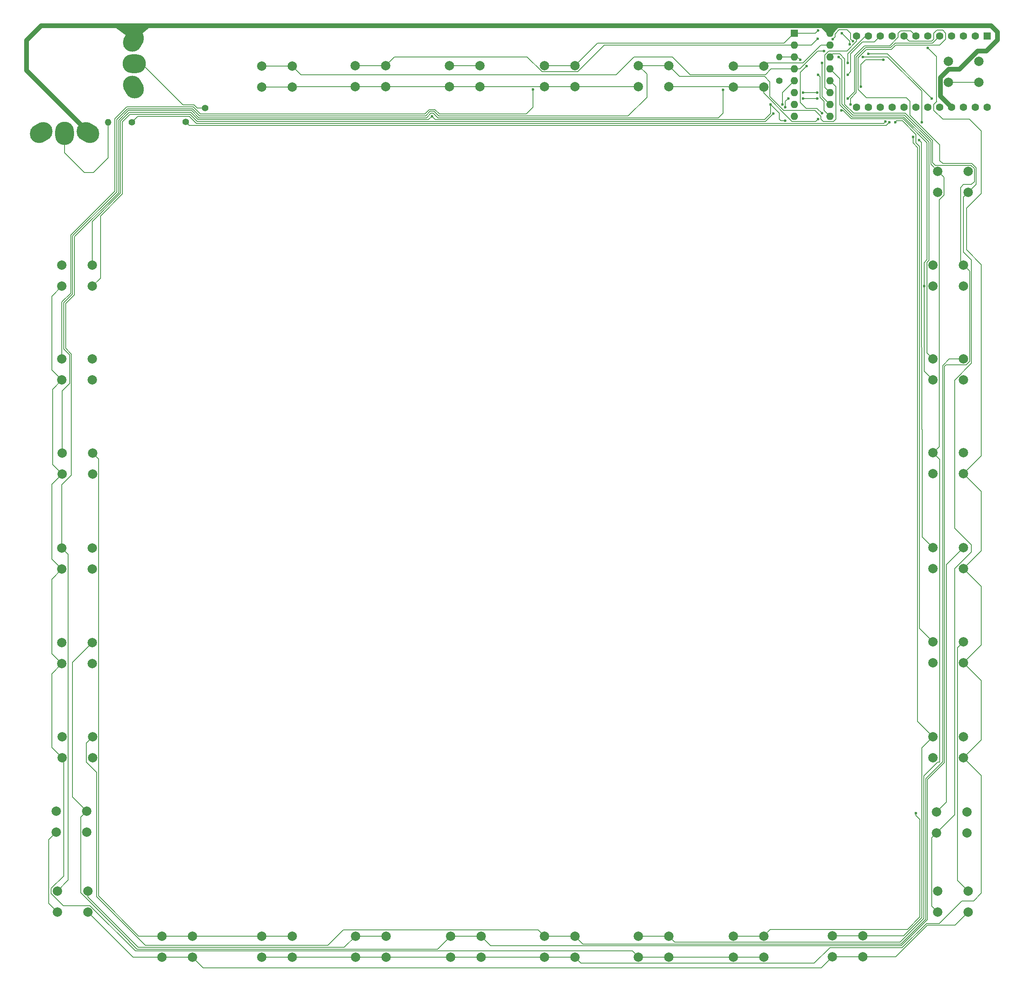
<source format=gbr>
%TF.GenerationSoftware,KiCad,Pcbnew,8.0.0~rc2*%
%TF.CreationDate,2024-02-17T18:21:19+01:00*%
%TF.ProjectId,MFD,4d46442e-6b69-4636-9164-5f7063625858,rev?*%
%TF.SameCoordinates,Original*%
%TF.FileFunction,Copper,L1,Top*%
%TF.FilePolarity,Positive*%
%FSLAX46Y46*%
G04 Gerber Fmt 4.6, Leading zero omitted, Abs format (unit mm)*
G04 Created by KiCad (PCBNEW 8.0.0~rc2) date 2024-02-17 18:21:19*
%MOMM*%
%LPD*%
G01*
G04 APERTURE LIST*
G04 Aperture macros list*
%AMHorizOval*
0 Thick line with rounded ends*
0 $1 width*
0 $2 $3 position (X,Y) of the first rounded end (center of the circle)*
0 $4 $5 position (X,Y) of the second rounded end (center of the circle)*
0 Add line between two ends*
20,1,$1,$2,$3,$4,$5,0*
0 Add two circle primitives to create the rounded ends*
1,1,$1,$2,$3*
1,1,$1,$4,$5*%
G04 Aperture macros list end*
%TA.AperFunction,Conductor*%
%ADD10C,0.200000*%
%TD*%
%TA.AperFunction,ComponentPad*%
%ADD11C,2.000000*%
%TD*%
%TA.AperFunction,ComponentPad*%
%ADD12HorizOval,4.000000X-0.433013X-0.250000X0.433013X0.250000X0*%
%TD*%
%TA.AperFunction,ComponentPad*%
%ADD13O,4.000000X5.000000*%
%TD*%
%TA.AperFunction,ComponentPad*%
%ADD14HorizOval,4.000000X-0.433013X0.250000X0.433013X-0.250000X0*%
%TD*%
%TA.AperFunction,ComponentPad*%
%ADD15C,1.400000*%
%TD*%
%TA.AperFunction,ComponentPad*%
%ADD16O,1.400000X1.400000*%
%TD*%
%TA.AperFunction,ComponentPad*%
%ADD17HorizOval,4.000000X-0.250000X0.433013X0.250000X-0.433013X0*%
%TD*%
%TA.AperFunction,ComponentPad*%
%ADD18O,5.000000X4.000000*%
%TD*%
%TA.AperFunction,ComponentPad*%
%ADD19HorizOval,4.000000X0.250000X0.433013X-0.250000X-0.433013X0*%
%TD*%
%TA.AperFunction,ComponentPad*%
%ADD20R,1.600000X1.600000*%
%TD*%
%TA.AperFunction,ComponentPad*%
%ADD21O,1.600000X1.600000*%
%TD*%
%TA.AperFunction,ComponentPad*%
%ADD22C,1.600000*%
%TD*%
%TA.AperFunction,ComponentPad*%
%ADD23HorizOval,1.400000X0.000000X0.000000X0.000000X0.000000X0*%
%TD*%
%TA.AperFunction,ViaPad*%
%ADD24C,0.600000*%
%TD*%
%TA.AperFunction,Conductor*%
%ADD25C,1.000000*%
%TD*%
G04 APERTURE END LIST*
D10*
%TO.N,Power*%
X230844999Y-43315002D02*
X228939999Y-41410002D01*
X232749999Y-41410002D01*
X230844999Y-43315002D01*
%TA.AperFunction,Conductor*%
G36*
X230844999Y-43315002D02*
G01*
X228939999Y-41410002D01*
X232749999Y-41410002D01*
X230844999Y-43315002D01*
G37*
%TD.AperFunction*%
X82254999Y-44585002D02*
X81619999Y-44585002D01*
X77174999Y-41410002D01*
X86064999Y-41410002D01*
X82254999Y-44585002D01*
%TA.AperFunction,Conductor*%
G36*
X82254999Y-44585002D02*
G01*
X81619999Y-44585002D01*
X77174999Y-41410002D01*
X86064999Y-41410002D01*
X82254999Y-44585002D01*
G37*
%TD.AperFunction*%
%TD*%
D11*
%TO.P,SW_T2,1,1*%
%TO.N,/COL_6*%
X129371999Y-50300002D03*
X135871999Y-50300002D03*
%TO.P,SW_T2,2,2*%
%TO.N,/ROW_A*%
X129371999Y-54800002D03*
X135871999Y-54800002D03*
%TD*%
D12*
%TO.P,RV_BRT1,1,1*%
%TO.N,Ground*%
X62228593Y-64589013D03*
D13*
%TO.P,RV_BRT1,2,2*%
%TO.N,Net-(R2-Pad2)*%
X67228593Y-64739013D03*
D14*
%TO.P,RV_BRT1,3,3*%
%TO.N,Power*%
X72228593Y-64589013D03*
%TD*%
D11*
%TO.P,SW_Fav1,1,1*%
%TO.N,/COL_7*%
X253935999Y-72906002D03*
X260435999Y-72906002D03*
%TO.P,SW_Fav1,2,2*%
%TO.N,/ROW_D*%
X253935999Y-77406002D03*
X260435999Y-77406002D03*
%TD*%
%TO.P,SW_B3,1,1*%
%TO.N,/COL_1*%
X149743999Y-236518002D03*
X156243999Y-236518002D03*
%TO.P,SW_B3,2,2*%
%TO.N,/ROW_B*%
X149743999Y-241018002D03*
X156243999Y-241018002D03*
%TD*%
%TO.P,SW_T4,1,1*%
%TO.N,/COL_4*%
X169861999Y-50300002D03*
X176361999Y-50300002D03*
%TO.P,SW_T4,2,2*%
%TO.N,/ROW_A*%
X169861999Y-54800002D03*
X176361999Y-54800002D03*
%TD*%
%TO.P,SW_L2,1,1*%
%TO.N,/COL_4*%
X66633999Y-113038002D03*
X73133999Y-113038002D03*
%TO.P,SW_L2,2,2*%
%TO.N,/ROW_C*%
X66633999Y-117538002D03*
X73133999Y-117538002D03*
%TD*%
D15*
%TO.P,R2,1*%
%TO.N,/Analog_VID*%
X81619999Y-62365002D03*
D16*
%TO.P,R2,2*%
%TO.N,Net-(R2-Pad2)*%
X76539999Y-62365002D03*
%TD*%
D11*
%TO.P,SW_B4,1,1*%
%TO.N,/COL_0*%
X169809999Y-236518002D03*
X176309999Y-236518002D03*
%TO.P,SW_B4,2,2*%
%TO.N,/ROW_B*%
X169809999Y-241018002D03*
X176309999Y-241018002D03*
%TD*%
%TO.P,SW_L3,1,1*%
%TO.N,/COL_3*%
X66685999Y-133140002D03*
X73185999Y-133140002D03*
%TO.P,SW_L3,2,2*%
%TO.N,/ROW_C*%
X66685999Y-137640002D03*
X73185999Y-137640002D03*
%TD*%
%TO.P,SW_R5,1,1*%
%TO.N,/COL_5*%
X252919999Y-173562002D03*
X259419999Y-173562002D03*
%TO.P,SW_R5,2,2*%
%TO.N,/ROW_B*%
X252919999Y-178062002D03*
X259419999Y-178062002D03*
%TD*%
%TO.P,SW_WPN1,1,1*%
%TO.N,/COL_2*%
X65669999Y-226866002D03*
X72169999Y-226866002D03*
%TO.P,SW_WPN1,2,2*%
%TO.N,/ROW_D*%
X65669999Y-231366002D03*
X72169999Y-231366002D03*
%TD*%
%TO.P,SW_L6,1,1*%
%TO.N,/COL_0*%
X66685999Y-193846002D03*
X73185999Y-193846002D03*
%TO.P,SW_L6,2,2*%
%TO.N,/ROW_C*%
X66685999Y-198346002D03*
X73185999Y-198346002D03*
%TD*%
%TO.P,SW_B5,1,1*%
%TO.N,/COL_7*%
X189927999Y-236554002D03*
X196427999Y-236554002D03*
%TO.P,SW_B5,2,2*%
%TO.N,/ROW_C*%
X189927999Y-241054002D03*
X196427999Y-241054002D03*
%TD*%
%TO.P,SW_COM1,1,1*%
%TO.N,/COL_5*%
X253935999Y-226902002D03*
X260435999Y-226902002D03*
%TO.P,SW_COM1,2,2*%
%TO.N,/ROW_D*%
X253935999Y-231402002D03*
X260435999Y-231402002D03*
%TD*%
%TO.P,SW_FCR1,1,1*%
%TO.N,/COL_1*%
X65467999Y-209812002D03*
X71967999Y-209812002D03*
%TO.P,SW_FCR1,2,2*%
%TO.N,/ROW_D*%
X65467999Y-214312002D03*
X71967999Y-214312002D03*
%TD*%
%TO.P,SW_VID1,1,1*%
%TO.N,/COL_6*%
X253629999Y-209975002D03*
X260129999Y-209975002D03*
%TO.P,SW_VID1,2,2*%
%TO.N,/ROW_D*%
X253629999Y-214475002D03*
X260129999Y-214475002D03*
%TD*%
D15*
%TO.P,R3,1*%
%TO.N,Ground*%
X220049999Y-53475002D03*
D16*
%TO.P,R3,2*%
%TO.N,/MUX_Common*%
X220049999Y-48395002D03*
%TD*%
D11*
%TO.P,SW_M/B1,1,1*%
%TO.N,/COL_3*%
X109357999Y-236518002D03*
X115857999Y-236518002D03*
%TO.P,SW_M/B1,2,2*%
%TO.N,/ROW_B*%
X109357999Y-241018002D03*
X115857999Y-241018002D03*
%TD*%
%TO.P,SW_AC1,1,1*%
%TO.N,/COL_4*%
X231404999Y-236470002D03*
X237904999Y-236470002D03*
%TO.P,SW_AC1,2,2*%
%TO.N,/ROW_D*%
X231404999Y-240970002D03*
X237904999Y-240970002D03*
%TD*%
%TO.P,SW_T6,1,1*%
%TO.N,/COL_2*%
X210195999Y-50336002D03*
X216695999Y-50336002D03*
%TO.P,SW_T6,2,2*%
%TO.N,/ROW_A*%
X210195999Y-54836002D03*
X216695999Y-54836002D03*
%TD*%
%TO.P,SW_L4,1,1*%
%TO.N,/COL_2*%
X66633999Y-153496002D03*
X73133999Y-153496002D03*
%TO.P,SW_L4,2,2*%
%TO.N,/ROW_C*%
X66633999Y-157996002D03*
X73133999Y-157996002D03*
%TD*%
%TO.P,SW_R4,1,1*%
%TO.N,/COL_6*%
X252919999Y-153424002D03*
X259419999Y-153424002D03*
%TO.P,SW_R4,2,2*%
%TO.N,/ROW_B*%
X252919999Y-157924002D03*
X259419999Y-157924002D03*
%TD*%
D17*
%TO.P,RV_VID1,1,1*%
%TO.N,Ground*%
X81954893Y-54877678D03*
D18*
%TO.P,RV_VID1,2,2*%
%TO.N,Net-(R1-Pad2)*%
X82104893Y-49877678D03*
D19*
%TO.P,RV_VID1,3,3*%
%TO.N,Power*%
X81954893Y-44877678D03*
%TD*%
D11*
%TO.P,SW_L5,1,1*%
%TO.N,/COL_1*%
X66633999Y-173744002D03*
X73133999Y-173744002D03*
%TO.P,SW_L5,2,2*%
%TO.N,/ROW_C*%
X66633999Y-178244002D03*
X73133999Y-178244002D03*
%TD*%
D20*
%TO.P,U1,1,X4*%
%TO.N,/COL_4*%
X223219999Y-43340002D03*
D21*
%TO.P,U1,2,X6*%
%TO.N,/COL_6*%
X223219999Y-45880002D03*
%TO.P,U1,3,X*%
%TO.N,/MUX_Common*%
X223219999Y-48420002D03*
%TO.P,U1,4,X7*%
%TO.N,/COL_7*%
X223219999Y-50960002D03*
%TO.P,U1,5,X5*%
%TO.N,/COL_5*%
X223219999Y-53500002D03*
%TO.P,U1,6,Inh*%
%TO.N,/MUX_Inhibbit*%
X223219999Y-56040002D03*
%TO.P,U1,7,VEE*%
%TO.N,Ground*%
X223219999Y-58580002D03*
%TO.P,U1,8,VSS*%
X223219999Y-61120002D03*
%TO.P,U1,9,C*%
%TO.N,/ADDR_2*%
X230839999Y-61120002D03*
%TO.P,U1,10,B*%
%TO.N,/ADDR_1*%
X230839999Y-58580002D03*
%TO.P,U1,11,A*%
%TO.N,/ADDR_0*%
X230839999Y-56040002D03*
%TO.P,U1,12,X3*%
%TO.N,/COL_3*%
X230839999Y-53500002D03*
%TO.P,U1,13,X0*%
%TO.N,/COL_0*%
X230839999Y-50960002D03*
%TO.P,U1,14,X1*%
%TO.N,/COL_1*%
X230839999Y-48420002D03*
%TO.P,U1,15,X2*%
%TO.N,/COL_2*%
X230839999Y-45880002D03*
%TO.P,U1,16,VDD*%
%TO.N,Power*%
X230839999Y-43340002D03*
%TD*%
D11*
%TO.P,SW_B2,1,1*%
%TO.N,/COL_2*%
X129423999Y-236518002D03*
X135923999Y-236518002D03*
%TO.P,SW_B2,2,2*%
%TO.N,/ROW_B*%
X129423999Y-241018002D03*
X135923999Y-241018002D03*
%TD*%
%TO.P,SW_T3,1,1*%
%TO.N,/COL_5*%
X149541999Y-50300002D03*
X156041999Y-50300002D03*
%TO.P,SW_T3,2,2*%
%TO.N,/ROW_A*%
X149541999Y-54800002D03*
X156041999Y-54800002D03*
%TD*%
%TO.P,SW_TSD1,1,1*%
%TO.N,/COL_3*%
X88021999Y-236518002D03*
X94521999Y-236518002D03*
%TO.P,SW_TSD1,2,2*%
%TO.N,/ROW_D*%
X88021999Y-241018002D03*
X94521999Y-241018002D03*
%TD*%
D20*
%TO.P,U2,1,TX/D1*%
%TO.N,unconnected-(U2-TX{slash}D1-Pad1)*%
X264499999Y-43950002D03*
D22*
%TO.P,U2,2,RX/D0*%
%TO.N,unconnected-(U2-RX{slash}D0-Pad2)*%
X261959999Y-43950002D03*
%TO.P,U2,3,GND*%
%TO.N,Ground*%
X259419999Y-43950002D03*
%TO.P,U2,4,GND*%
X256879999Y-43950002D03*
%TO.P,U2,5,SDA/D2*%
%TO.N,/ROW_A*%
X254339999Y-43950002D03*
%TO.P,U2,6,SCL/D3*%
%TO.N,/ROW_B*%
X251799999Y-43950002D03*
%TO.P,U2,7,D4/A6*%
%TO.N,/ROW_C*%
X249259999Y-43950002D03*
%TO.P,U2,8,D5*%
%TO.N,/ROW_D*%
X246719999Y-43950002D03*
%TO.P,U2,9,D6/A7*%
%TO.N,/MUX_Inhibbit*%
X244179999Y-43950002D03*
%TO.P,U2,10,D7*%
%TO.N,/ADDR_2*%
X241639999Y-43950002D03*
%TO.P,U2,11,D8/A8*%
%TO.N,/ADDR_1*%
X239099999Y-43950002D03*
%TO.P,U2,12,D9/A9*%
%TO.N,/ADDR_0*%
X236559999Y-43950002D03*
%TO.P,U2,13,D10*%
%TO.N,/MUX_Common*%
X236559999Y-59190002D03*
%TO.P,U2,14,D16*%
%TO.N,unconnected-(U2-D16-Pad14)*%
X239099999Y-59190002D03*
%TO.P,U2,15,D14*%
%TO.N,unconnected-(U2-D14-Pad15)*%
X241639999Y-59190002D03*
%TO.P,U2,16,D15*%
%TO.N,unconnected-(U2-D15-Pad16)*%
X244179999Y-59190002D03*
%TO.P,U2,17,A0*%
%TO.N,/Analog_VID*%
X246719999Y-59190002D03*
%TO.P,U2,18,A1*%
%TO.N,/Analog_BRT*%
X249259999Y-59190002D03*
%TO.P,U2,19,A2*%
%TO.N,unconnected-(U2-A2-Pad19)*%
X251799999Y-59190002D03*
%TO.P,U2,20,A3*%
%TO.N,unconnected-(U2-A3-Pad20)*%
X254339999Y-59190002D03*
%TO.P,U2,21,VCC*%
%TO.N,Power*%
X256879999Y-59190002D03*
%TO.P,U2,22,RST*%
%TO.N,Net-(U2-RST)*%
X259419999Y-59190002D03*
%TO.P,U2,23,GND*%
%TO.N,Ground*%
X261959999Y-59190002D03*
%TO.P,U2,24,RAW_4.8V*%
%TO.N,unconnected-(U2-RAW_4.8V-Pad24)*%
X264499999Y-59190002D03*
%TD*%
D11*
%TO.P,SW_B6,1,1*%
%TO.N,/COL_6*%
X210195999Y-236518002D03*
X216695999Y-236518002D03*
%TO.P,SW_B6,2,2*%
%TO.N,/ROW_C*%
X210195999Y-241018002D03*
X216695999Y-241018002D03*
%TD*%
%TO.P,SW_T1,1,1*%
%TO.N,/COL_7*%
X109357999Y-50336002D03*
X115857999Y-50336002D03*
%TO.P,SW_T1,2,2*%
%TO.N,/ROW_A*%
X109357999Y-54836002D03*
X115857999Y-54836002D03*
%TD*%
%TO.P,SW_R6,1,1*%
%TO.N,/COL_4*%
X252919999Y-193882002D03*
X259419999Y-193882002D03*
%TO.P,SW_R6,2,2*%
%TO.N,/ROW_B*%
X252919999Y-198382002D03*
X259419999Y-198382002D03*
%TD*%
%TO.P,SW_R3,1,1*%
%TO.N,/COL_7*%
X252919999Y-133104002D03*
X259419999Y-133104002D03*
%TO.P,SW_R3,2,2*%
%TO.N,/ROW_B*%
X252919999Y-137604002D03*
X259419999Y-137604002D03*
%TD*%
%TO.P,SW_R2,1,1*%
%TO.N,/COL_0*%
X252919999Y-113038002D03*
X259419999Y-113038002D03*
%TO.P,SW_R2,2,2*%
%TO.N,/ROW_A*%
X252919999Y-117538002D03*
X259419999Y-117538002D03*
%TD*%
%TO.P,SW_T5,1,1*%
%TO.N,/COL_3*%
X189927999Y-50300002D03*
X196427999Y-50300002D03*
%TO.P,SW_T5,2,2*%
%TO.N,/ROW_A*%
X189927999Y-54800002D03*
X196427999Y-54800002D03*
%TD*%
D15*
%TO.P,R1,1*%
%TO.N,/Analog_BRT*%
X93128353Y-62297886D03*
D23*
%TO.P,R1,2*%
%TO.N,Net-(R1-Pad2)*%
X97289645Y-59384118D03*
%TD*%
D11*
%TO.P,SW_L1,1,1*%
%TO.N,/COL_5*%
X66633999Y-92972002D03*
X73133999Y-92972002D03*
%TO.P,SW_L1,2,2*%
%TO.N,/ROW_C*%
X66633999Y-97472002D03*
X73133999Y-97472002D03*
%TD*%
%TO.P,SW_R1,1,1*%
%TO.N,/COL_1*%
X252919999Y-92972002D03*
X259419999Y-92972002D03*
%TO.P,SW_R1,2,2*%
%TO.N,/ROW_A*%
X252919999Y-97472002D03*
X259419999Y-97472002D03*
%TD*%
%TO.P,SW_RST1,1,1*%
%TO.N,Ground*%
X262669999Y-49320002D03*
X256169999Y-49320002D03*
%TO.P,SW_RST1,2,2*%
%TO.N,Net-(U2-RST)*%
X262669999Y-53820002D03*
X256169999Y-53820002D03*
%TD*%
D24*
%TO.N,/Analog_BRT*%
X243544999Y-62365002D03*
%TO.N,/Analog_VID*%
X242751939Y-62259840D03*
%TO.N,/ROW_B*%
X251799999Y-46490002D03*
%TO.N,/ROW_C*%
X218779999Y-60495688D03*
X221319999Y-59190002D03*
X225129999Y-57285002D03*
X221954999Y-57285002D03*
X234654999Y-57285002D03*
X228203981Y-57315290D03*
%TO.N,/ROW_A*%
X233347549Y-59862452D03*
X235289999Y-58555002D03*
X228304999Y-61730002D03*
X251019999Y-97472002D03*
%TO.N,/ADDR_1*%
X229139999Y-49665002D03*
X234654999Y-49665002D03*
%TO.N,/ADDR_2*%
X234654999Y-52205002D03*
X228304999Y-52205002D03*
%TO.N,/MUX_Common*%
X225848578Y-50383581D03*
X224494999Y-49030002D03*
X229153529Y-60460002D03*
%TO.N,/COL_4*%
X228304999Y-42775002D03*
X233372106Y-43315002D03*
X248624999Y-65540002D03*
X235113919Y-45678922D03*
X167344999Y-55400002D03*
X237867107Y-48432110D03*
X250529999Y-62365002D03*
%TO.N,/COL_2*%
X207984999Y-55436002D03*
%TO.N,/COL_7*%
X232749999Y-48395002D03*
X229574999Y-47125002D03*
%TO.N,/COL_6*%
X249259999Y-210193002D03*
X231479999Y-44585002D03*
X239099999Y-47760002D03*
X228242892Y-44522895D03*
X252639999Y-57285002D03*
X235748919Y-45043922D03*
X249894999Y-66175002D03*
%TO.N,/COL_5*%
X220684999Y-58555002D03*
X244814999Y-62365002D03*
X145754999Y-61095002D03*
X218144999Y-58555002D03*
X221319999Y-62035002D03*
%TO.N,/MUX_Inhibbit*%
X228139999Y-56015002D03*
X225129999Y-56015002D03*
X237489999Y-54745002D03*
X242274999Y-49030002D03*
%TD*%
D10*
%TO.N,/ROW_A*%
X196427999Y-54800002D02*
X210159999Y-54800002D01*
%TO.N,/COL_3*%
X189927999Y-50300002D02*
X196427999Y-50300002D01*
%TO.N,/Analog_BRT*%
X93128353Y-62297886D02*
X93865469Y-63035002D01*
X242874999Y-63035002D02*
X243544999Y-62365002D01*
X93865469Y-63035002D02*
X242874999Y-63035002D01*
%TO.N,/Analog_VID*%
X82889999Y-61095002D02*
X93884313Y-61095002D01*
X95424314Y-62635002D02*
X242376777Y-62635002D01*
X81619999Y-62365002D02*
X82889999Y-61095002D01*
X242376777Y-62635002D02*
X242751939Y-62259840D01*
X93884313Y-61095002D02*
X95424314Y-62635002D01*
%TO.N,/ROW_D*%
X236889999Y-55380002D02*
X238629999Y-57120002D01*
X261070999Y-154313002D02*
X257514999Y-157869002D01*
X244933427Y-240970002D02*
X251688429Y-234215002D01*
X252635999Y-230102002D02*
X252635999Y-215469002D01*
X65669999Y-231366002D02*
X63839999Y-229536002D01*
X63839999Y-215940002D02*
X65467999Y-214312002D01*
X254339999Y-70571002D02*
X254974999Y-71206002D01*
X254339999Y-45855002D02*
X244962006Y-45855002D01*
X247989999Y-57920002D02*
X247989999Y-60892644D01*
X231404999Y-240970002D02*
X229034999Y-243340002D01*
X261119999Y-113999524D02*
X257514999Y-117604524D01*
X254339999Y-67242644D02*
X254339999Y-70571002D01*
X255609999Y-44585002D02*
X254339999Y-45855002D01*
X253704999Y-42680002D02*
X254974999Y-42680002D01*
X261070999Y-152789002D02*
X261070999Y-154313002D01*
X259419999Y-78422002D02*
X259419999Y-90137688D01*
X261119999Y-91837688D02*
X261119999Y-113999524D01*
X253069999Y-43315002D02*
X253704999Y-42680002D01*
X254974999Y-42680002D02*
X255609999Y-43315002D01*
X247189999Y-57120002D02*
X247989999Y-57920002D01*
X236889999Y-48560688D02*
X236889999Y-55380002D01*
X260435999Y-77406002D02*
X259419999Y-78422002D01*
X251688429Y-234215002D02*
X257622999Y-234215002D01*
X252635999Y-215469002D02*
X253629999Y-214475002D01*
X259419999Y-90137688D02*
X261119999Y-91837688D01*
X257514999Y-157869002D02*
X257514999Y-210590002D01*
X253935999Y-231402002D02*
X252635999Y-230102002D01*
X247819999Y-45050002D02*
X252604999Y-45050002D01*
X253069999Y-44585002D02*
X253069999Y-43315002D01*
X244962006Y-45855002D02*
X243997006Y-46820002D01*
X246719999Y-43950002D02*
X247819999Y-45050002D01*
X262135999Y-75706001D02*
X260435999Y-77406002D01*
X257514999Y-210590002D02*
X253629999Y-214475002D01*
X238630685Y-46820002D02*
X236889999Y-48560688D01*
X88021999Y-241018002D02*
X81821999Y-241018002D01*
X229034999Y-243340002D02*
X96843999Y-243340002D01*
X252604999Y-45050002D02*
X253069999Y-44585002D01*
X247989999Y-60892644D02*
X254339999Y-67242644D01*
X262135999Y-72135316D02*
X262135999Y-75706001D01*
X237904999Y-240970002D02*
X244933427Y-240970002D01*
X81821999Y-241018002D02*
X72169999Y-231366002D01*
X96843999Y-243340002D02*
X94521999Y-241018002D01*
X63839999Y-229536002D02*
X63839999Y-215940002D01*
X257514999Y-149233002D02*
X261070999Y-152789002D01*
X254974999Y-71206002D02*
X261206685Y-71206002D01*
X255609999Y-43315002D02*
X255609999Y-44585002D01*
X238629999Y-57120002D02*
X247189999Y-57120002D01*
X257622999Y-234215002D02*
X260435999Y-231402002D01*
X94521999Y-241018002D02*
X88021999Y-241018002D01*
X261206685Y-71206002D02*
X262135999Y-72135316D01*
X231404999Y-240970002D02*
X237904999Y-240970002D01*
X257514999Y-117604524D02*
X257514999Y-149233002D01*
X243997006Y-46820002D02*
X238630685Y-46820002D01*
%TO.N,/ROW_B*%
X149743999Y-241018002D02*
X135923999Y-241018002D01*
X259419999Y-137604002D02*
X263229999Y-133794002D01*
X259419999Y-178062002D02*
X263229999Y-174252002D01*
X129423999Y-241018002D02*
X115857999Y-241018002D01*
X253069999Y-59825002D02*
X253069999Y-58555002D01*
X260689999Y-61730002D02*
X254974999Y-61730002D01*
X176309999Y-241018002D02*
X169809999Y-241018002D01*
X115857999Y-241018002D02*
X109357999Y-241018002D01*
X246319741Y-239018002D02*
X251522743Y-233815002D01*
X156243999Y-241018002D02*
X149743999Y-241018002D01*
X259419999Y-157924002D02*
X263229999Y-161734002D01*
X259419999Y-178062002D02*
X263229999Y-181872002D01*
X260054999Y-80780002D02*
X263229999Y-77605002D01*
X260054999Y-89670002D02*
X260054999Y-80780002D01*
X263229999Y-92845002D02*
X260054999Y-89670002D01*
X227525999Y-242354002D02*
X230861999Y-239018002D01*
X263229999Y-161734002D02*
X263229999Y-174252002D01*
X263229999Y-227338002D02*
X263229999Y-202192002D01*
X261324999Y-62365002D02*
X261324999Y-62390002D01*
X169809999Y-241018002D02*
X156243999Y-241018002D01*
X251522743Y-233815002D02*
X254212999Y-233815002D01*
X254212999Y-233815002D02*
X259038999Y-228989002D01*
X230861999Y-239018002D02*
X246319741Y-239018002D01*
X254974999Y-61730002D02*
X253069999Y-59825002D01*
X253704999Y-57920002D02*
X253669999Y-57885002D01*
X135923999Y-241018002D02*
X129423999Y-241018002D01*
X259038999Y-228989002D02*
X261578999Y-228989002D01*
X260689999Y-61730002D02*
X261324999Y-62365002D01*
X259419999Y-137604002D02*
X263229999Y-141414002D01*
X253669999Y-57885002D02*
X253669999Y-48360002D01*
X261578999Y-228989002D02*
X263229999Y-227338002D01*
X263229999Y-133794002D02*
X263229999Y-92845002D01*
X263229999Y-194572002D02*
X259419999Y-198382002D01*
X263229999Y-181872002D02*
X263229999Y-194572002D01*
X261324999Y-62390002D02*
X263229999Y-64295002D01*
X177645999Y-242354002D02*
X227525999Y-242354002D01*
X176309999Y-241018002D02*
X177645999Y-242354002D01*
X253669999Y-48360002D02*
X251799999Y-46490002D01*
X253069999Y-58555002D02*
X253704999Y-57920002D01*
X263229999Y-77605002D02*
X263229999Y-64295002D01*
X263229999Y-141414002D02*
X263229999Y-154114002D01*
X263229999Y-154114002D02*
X259419999Y-157924002D01*
X263229999Y-202192002D02*
X259419999Y-198382002D01*
%TO.N,/ROW_C*%
X210195999Y-241018002D02*
X216695999Y-241018002D01*
X196427999Y-241054002D02*
X189927999Y-241054002D01*
X245449999Y-44235637D02*
X243665634Y-46020002D01*
X221319999Y-57920002D02*
X221319999Y-59190002D01*
X218779999Y-60495688D02*
X217040685Y-62235002D01*
X249259999Y-43950002D02*
X248159999Y-42850002D01*
X243665634Y-46020002D02*
X238230685Y-46020002D01*
X95589999Y-62235002D02*
X94049999Y-60695002D01*
X64656999Y-135611002D02*
X66685999Y-137640002D01*
X74888999Y-95717002D02*
X73133999Y-97472002D01*
X228173693Y-57285002D02*
X228203981Y-57315290D01*
X248159999Y-42850002D02*
X245914999Y-42850002D01*
X225129999Y-57285002D02*
X228173693Y-57285002D01*
X238230685Y-46020002D02*
X236089999Y-48160688D01*
X66633999Y-157996002D02*
X64474999Y-160155002D01*
X188591999Y-239718002D02*
X189927999Y-241054002D01*
X64656999Y-119515002D02*
X64656999Y-135611002D01*
X82360477Y-239718002D02*
X188591999Y-239718002D01*
X94049999Y-60695002D02*
X81177057Y-60695002D01*
X64474999Y-160155002D02*
X64474999Y-176085002D01*
X64474999Y-99631002D02*
X64474999Y-115379002D01*
X66685999Y-137640002D02*
X64474999Y-139851002D01*
X81177057Y-60695002D02*
X79584999Y-62287060D01*
X64474999Y-115379002D02*
X66633999Y-117538002D01*
X210195999Y-241018002D02*
X196463999Y-241018002D01*
X74888999Y-82455746D02*
X74888999Y-95717002D01*
X64369999Y-227404480D02*
X66970521Y-230005002D01*
X221954999Y-57285002D02*
X221319999Y-57920002D01*
X64474999Y-139851002D02*
X64474999Y-155837002D01*
X245914999Y-42850002D02*
X245449999Y-43315002D01*
X64474999Y-176085002D02*
X66633999Y-178244002D01*
X64474999Y-180403002D02*
X64474999Y-196135002D01*
X66633999Y-178244002D02*
X64474999Y-180403002D01*
X66633999Y-97472002D02*
X64474999Y-99631002D01*
X72647477Y-230005002D02*
X82360477Y-239718002D01*
X66970521Y-230005002D02*
X72647477Y-230005002D01*
X79584999Y-77759746D02*
X74888999Y-82455746D01*
X67014999Y-198675002D02*
X67014999Y-223682524D01*
X95589999Y-62235002D02*
X217040685Y-62235002D01*
X67014999Y-223682524D02*
X64369999Y-226327524D01*
X236089999Y-55850002D02*
X234654999Y-57285002D01*
X64474999Y-196135002D02*
X66685999Y-198346002D01*
X64369999Y-226327524D02*
X64369999Y-227404480D01*
X236089999Y-48160688D02*
X236089999Y-55850002D01*
X64474999Y-155837002D02*
X66633999Y-157996002D01*
X79584999Y-62287060D02*
X79584999Y-77759746D01*
X245449999Y-43315002D02*
X245449999Y-44235637D01*
X66633999Y-117538002D02*
X64656999Y-119515002D01*
%TO.N,/ROW_A*%
X216695999Y-54836002D02*
X216695999Y-56151637D01*
X216695999Y-56151637D02*
X222764364Y-62220002D01*
X251634999Y-66800387D02*
X251634999Y-91809316D01*
X227814999Y-62220002D02*
X228304999Y-61730002D01*
X115857999Y-54836002D02*
X109357999Y-54836002D01*
X236489999Y-48395002D02*
X238464999Y-46420002D01*
X251019999Y-115638002D02*
X252919999Y-117538002D01*
X156041999Y-54800002D02*
X149541999Y-54800002D01*
X129371999Y-54800002D02*
X115893999Y-54800002D01*
X176361999Y-54800002D02*
X169861999Y-54800002D01*
X238464999Y-46420002D02*
X243831320Y-46420002D01*
X251019999Y-97472002D02*
X251019999Y-115638002D01*
X216695999Y-54836002D02*
X210195999Y-54836002D01*
X189927999Y-54800002D02*
X176361999Y-54800002D01*
X236489999Y-56085002D02*
X236489999Y-48395002D01*
X149541999Y-54800002D02*
X135871999Y-54800002D01*
X244801320Y-45450002D02*
X252839999Y-45450002D01*
X235427941Y-61660001D02*
X246494614Y-61660002D01*
X235289999Y-58555002D02*
X235289999Y-57285002D01*
X222764364Y-62220002D02*
X227814999Y-62220002D01*
X251019999Y-92424316D02*
X251019999Y-97472002D01*
X233347549Y-59862452D02*
X233630392Y-59862452D01*
X233630392Y-59862452D02*
X235427941Y-61660001D01*
X251634999Y-91809316D02*
X251019999Y-92424316D01*
X169861999Y-54800002D02*
X156041999Y-54800002D01*
X246494614Y-61660002D02*
X251634999Y-66800387D01*
X135871999Y-54800002D02*
X129371999Y-54800002D01*
X243831320Y-46420002D02*
X244801320Y-45450002D01*
X235289999Y-57285002D02*
X236489999Y-56085002D01*
X252839999Y-45450002D02*
X254339999Y-43950002D01*
%TO.N,Net-(U2-RST)*%
X262669999Y-53820002D02*
X256169999Y-53820002D01*
%TO.N,/ADDR_0*%
X236559999Y-43950002D02*
X236559999Y-45081372D01*
X230579364Y-47125002D02*
X229739999Y-47964367D01*
X236559999Y-45081372D02*
X234516369Y-47125002D01*
X234516369Y-47125002D02*
X230579364Y-47125002D01*
X229739999Y-47964367D02*
X229739999Y-54940002D01*
X229739999Y-54940002D02*
X230839999Y-56040002D01*
%TO.N,/ADDR_1*%
X234654999Y-47760002D02*
X238464999Y-43950002D01*
X229139999Y-56880002D02*
X230839999Y-58580002D01*
X234654999Y-49665002D02*
X234654999Y-47760002D01*
X229139999Y-49665002D02*
X229139999Y-56880002D01*
%TO.N,/ADDR_2*%
X229574999Y-59855002D02*
X229574999Y-57880688D01*
X241639999Y-43950002D02*
X240369999Y-45220002D01*
X228739999Y-52640002D02*
X228304999Y-52205002D01*
X237829999Y-45220002D02*
X235289999Y-47760002D01*
X228739999Y-57045687D02*
X228739999Y-52640002D01*
X235289999Y-51570002D02*
X234654999Y-52205002D01*
X235289999Y-47760002D02*
X235289999Y-51570002D01*
X240369999Y-45220002D02*
X237829999Y-45220002D01*
X230839999Y-61120002D02*
X229574999Y-59855002D01*
X229574999Y-57880688D02*
X228739999Y-57045687D01*
%TO.N,/MUX_Common*%
X220049999Y-48395002D02*
X223194999Y-48395002D01*
X228118529Y-59425002D02*
X225764999Y-59425002D01*
X224494999Y-58155002D02*
X224494999Y-51737160D01*
X225764999Y-59425002D02*
X224494999Y-58155002D01*
X223884999Y-48420002D02*
X224494999Y-49030002D01*
X229153529Y-60460002D02*
X228118529Y-59425002D01*
X224494999Y-51737160D02*
X225848578Y-50383581D01*
D25*
%TO.N,Power*%
X254469999Y-52795002D02*
X256244999Y-51020002D01*
X254469999Y-56780002D02*
X254469999Y-52795002D01*
X59124999Y-44855002D02*
X62204999Y-41775002D01*
X265324999Y-41775002D02*
X234654999Y-41775002D01*
X229274999Y-41775002D02*
X228304999Y-41775002D01*
X256879999Y-59190002D02*
X254469999Y-56780002D01*
X232404999Y-41775002D02*
X230839999Y-43340002D01*
X256244999Y-51020002D02*
X258565835Y-51020002D01*
X230839999Y-43340002D02*
X229274999Y-41775002D01*
X62204999Y-41775002D02*
X228304999Y-41775002D01*
X266674999Y-43125002D02*
X265324999Y-41775002D01*
X266674999Y-44775002D02*
X266674999Y-43125002D01*
X234654999Y-41775002D02*
X232404999Y-41775002D01*
X264324999Y-47125002D02*
X266674999Y-44775002D01*
X59124999Y-51300002D02*
X59124999Y-44855002D01*
X228304999Y-41775002D02*
X234654999Y-41775002D01*
X258565835Y-51020002D02*
X262460835Y-47125002D01*
X72213148Y-64388151D02*
X59124999Y-51300002D01*
X262460835Y-47125002D02*
X264324999Y-47125002D01*
D10*
%TO.N,/COL_4*%
X147356371Y-60635002D02*
X165899999Y-60635002D01*
X250529999Y-196272002D02*
X252919999Y-193882002D01*
X243184313Y-48395002D02*
X250529999Y-55740688D01*
X77984999Y-77097002D02*
X77984999Y-61624316D01*
X237867107Y-48432110D02*
X237904215Y-48395002D01*
X68538999Y-86543002D02*
X77984999Y-77097002D01*
X146381371Y-59660002D02*
X147356371Y-60635002D01*
X80514313Y-59095002D02*
X94712742Y-59095002D01*
X246604999Y-236470002D02*
X250529999Y-232545002D01*
X66633999Y-100846002D02*
X68538999Y-98941002D01*
X250529999Y-232545002D02*
X250529999Y-196272002D01*
X181181999Y-45480002D02*
X176361999Y-50300002D01*
X144235098Y-60635002D02*
X145210098Y-59660002D01*
X237904999Y-236470002D02*
X246604999Y-236470002D01*
X227739999Y-43340002D02*
X228304999Y-42775002D01*
X169861999Y-50300002D02*
X176361999Y-50300002D01*
X249619999Y-190582002D02*
X252919999Y-193882002D01*
X235113919Y-45056815D02*
X235113919Y-45678922D01*
X167344999Y-59190002D02*
X167344999Y-55400002D01*
X77984999Y-61624316D02*
X80514313Y-59095002D01*
X248624999Y-65540002D02*
X248624999Y-66810002D01*
X145210098Y-59660002D02*
X146381371Y-59660002D01*
X223219999Y-43340002D02*
X227739999Y-43340002D01*
X66633999Y-113038002D02*
X66633999Y-100846002D01*
X223199999Y-43340002D02*
X221059999Y-45480002D01*
X165899999Y-60635002D02*
X167344999Y-59190002D01*
X68538999Y-98941002D02*
X68538999Y-86543002D01*
X233372106Y-43315002D02*
X235113919Y-45056815D01*
X237904999Y-236470002D02*
X231404999Y-236470002D01*
X237904215Y-48395002D02*
X243184313Y-48395002D01*
X248624999Y-66810002D02*
X249619999Y-67805002D01*
X221059999Y-45480002D02*
X181181999Y-45480002D01*
X250529999Y-55740688D02*
X250529999Y-62365002D01*
X96252743Y-60635002D02*
X144235098Y-60635002D01*
X94712742Y-59095002D02*
X96252743Y-60635002D01*
X249619999Y-67805002D02*
X249619999Y-190582002D01*
%TO.N,/COL_2*%
X68684999Y-137911002D02*
X66633999Y-139962002D01*
X67985999Y-224550002D02*
X65669999Y-226866002D01*
X66633999Y-139962002D02*
X66633999Y-153496002D01*
X67985999Y-154848002D02*
X67985999Y-224550002D01*
X147024999Y-61435002D02*
X146049999Y-60460002D01*
X82949207Y-238918002D02*
X72169999Y-228138794D01*
X210195999Y-50336002D02*
X216695999Y-50336002D01*
X207009999Y-61435002D02*
X147024999Y-61435002D01*
X67433999Y-101177374D02*
X67433999Y-110732316D01*
X129423999Y-236518002D02*
X135923999Y-236518002D01*
X225152942Y-49665002D02*
X228937942Y-45880002D01*
X228937942Y-45880002D02*
X230839999Y-45880002D01*
X78784999Y-77428374D02*
X69338999Y-86874374D01*
X66633999Y-153496002D02*
X67985999Y-154848002D01*
X95921371Y-61435002D02*
X94381371Y-59895002D01*
X207984999Y-60460002D02*
X207009999Y-61435002D01*
X69338999Y-99272374D02*
X67433999Y-101177374D01*
X217366999Y-49665002D02*
X225152942Y-49665002D01*
X80845685Y-59895002D02*
X78784999Y-61955688D01*
X69338999Y-86874374D02*
X69338999Y-99272374D01*
X67433999Y-110732316D02*
X68684999Y-111983317D01*
X68684999Y-111983317D02*
X68684999Y-137911002D01*
X127023999Y-238918002D02*
X82949207Y-238918002D01*
X78784999Y-61955688D02*
X78784999Y-77428374D01*
X144566470Y-61435002D02*
X95921371Y-61435002D01*
X145541470Y-60460002D02*
X144566470Y-61435002D01*
X129423999Y-236518002D02*
X127023999Y-238918002D01*
X146049999Y-60460002D02*
X145541470Y-60460002D01*
X94381371Y-59895002D02*
X80845685Y-59895002D01*
X72169999Y-228138794D02*
X72169999Y-226866002D01*
X216695999Y-50336002D02*
X217366999Y-49665002D01*
X207984999Y-55436002D02*
X207984999Y-60460002D01*
%TO.N,/COL_1*%
X261100999Y-75700002D02*
X259419999Y-75700002D01*
X251729999Y-203031373D02*
X251729999Y-233042060D01*
X68919999Y-206764002D02*
X71967999Y-209812002D01*
X246991672Y-60460002D02*
X252834999Y-66303329D01*
X231499999Y-47760002D02*
X232963528Y-47760002D01*
X260719999Y-94272002D02*
X260719999Y-113576480D01*
X259958477Y-114338002D02*
X255637685Y-114338002D01*
X158343999Y-238618002D02*
X156243999Y-236518002D01*
X252834999Y-71020002D02*
X253420999Y-71606002D01*
X255374999Y-114600688D02*
X255374999Y-199386373D01*
X156243999Y-236518002D02*
X149743999Y-236518002D01*
X246154056Y-238618002D02*
X158343999Y-238618002D01*
X261735999Y-75065002D02*
X261100999Y-75700002D01*
X235924999Y-60460002D02*
X246991672Y-60460002D01*
X70667999Y-211112002D02*
X70667999Y-227202480D01*
X71967999Y-209812002D02*
X70667999Y-211112002D01*
X255637685Y-114338002D02*
X255374999Y-114600688D01*
X232963528Y-47760002D02*
X234019999Y-48816473D01*
X70667999Y-227202480D02*
X81037760Y-237572241D01*
X261735999Y-72301002D02*
X261735999Y-75065002D01*
X253420999Y-71606002D02*
X261040999Y-71606002D01*
X73133999Y-173744002D02*
X68919999Y-177958002D01*
X82677999Y-239318002D02*
X146943999Y-239318002D01*
X259419999Y-75700002D02*
X258784999Y-76335002D01*
X255374999Y-199386373D02*
X251729999Y-203031373D01*
X260719999Y-113576480D02*
X259958477Y-114338002D01*
X261040999Y-71606002D02*
X261735999Y-72301002D01*
X81037760Y-237677763D02*
X82677999Y-239318002D01*
X234019999Y-48816473D02*
X234019999Y-58555002D01*
X234019999Y-58555002D02*
X235924999Y-60460002D01*
X68919999Y-177958002D02*
X68919999Y-206764002D01*
X146943999Y-239318002D02*
X149743999Y-236518002D01*
X258784999Y-76335002D02*
X258784999Y-92337002D01*
X252834999Y-66303329D02*
X252834999Y-71020002D01*
X230839999Y-48420002D02*
X231499999Y-47760002D01*
X251729999Y-233042060D02*
X246154056Y-238618002D01*
X81037760Y-237572241D02*
X81037760Y-237677763D01*
X259419999Y-92972002D02*
X260719999Y-94272002D01*
%TO.N,/COL_0*%
X74085999Y-228116688D02*
X84487313Y-238518002D01*
X230839999Y-50960002D02*
X232984999Y-53105002D01*
X73185999Y-193846002D02*
X71833999Y-195198002D01*
X251619999Y-111738002D02*
X251619999Y-92390002D01*
X71833999Y-195198002D02*
X71833999Y-199264002D01*
X126829999Y-235218002D02*
X168509999Y-235218002D01*
X84487313Y-238518002D02*
X123529999Y-238518002D01*
X252034999Y-91975002D02*
X252034999Y-66634700D01*
X74085999Y-201516002D02*
X74085999Y-228116688D01*
X168509999Y-235218002D02*
X169809999Y-236518002D01*
X71833999Y-199264002D02*
X74085999Y-201516002D01*
X252034999Y-66634700D02*
X246660300Y-61260002D01*
X251329999Y-202865687D02*
X254974999Y-199220687D01*
X176309999Y-236518002D02*
X178009999Y-238218002D01*
X254974999Y-114435002D02*
X256371999Y-113038002D01*
X232984999Y-58651373D02*
X235041814Y-60708187D01*
X246660300Y-61260002D02*
X235593626Y-61260001D01*
X251329999Y-232876374D02*
X251329999Y-202865687D01*
X254974999Y-199220687D02*
X254974999Y-114435002D01*
X178009999Y-238218002D02*
X245988371Y-238218002D01*
X176309999Y-236518002D02*
X169809999Y-236518002D01*
X251619999Y-92390002D02*
X252034999Y-91975002D01*
X256371999Y-113038002D02*
X259419999Y-113038002D01*
X232984999Y-53105002D02*
X232984999Y-58651373D01*
X252919999Y-113038002D02*
X251619999Y-111738002D01*
X245988371Y-238218002D02*
X251329999Y-232876374D01*
X123529999Y-238518002D02*
X126829999Y-235218002D01*
X235593626Y-61260001D02*
X235041814Y-60708187D01*
%TO.N,/COL_7*%
X253935999Y-72906002D02*
X252434999Y-71405002D01*
X233384999Y-49030002D02*
X232749999Y-48395002D01*
X250929999Y-232710688D02*
X245822685Y-237818002D01*
X254339999Y-199290002D02*
X253939999Y-199290002D01*
X188934999Y-48395002D02*
X185124999Y-52205002D01*
X252434999Y-71405002D02*
X252434999Y-66469014D01*
X217040685Y-52205002D02*
X200999999Y-52205002D01*
X197189999Y-48395002D02*
X188934999Y-48395002D01*
X254339999Y-134524002D02*
X254339999Y-199290002D01*
X223219999Y-50960002D02*
X218285685Y-50960002D01*
X245822685Y-237818002D02*
X197691999Y-237818002D01*
X196427999Y-236554002D02*
X189927999Y-236554002D01*
X218285685Y-50960002D02*
X217040685Y-52205002D01*
X246825986Y-60860002D02*
X235759314Y-60860002D01*
X200999999Y-52205002D02*
X197189999Y-48395002D01*
X255235999Y-74206002D02*
X253935999Y-72906002D01*
X252919999Y-133104002D02*
X254219999Y-131804002D01*
X252919999Y-133104002D02*
X254339999Y-134524002D01*
X252434999Y-66469014D02*
X246825986Y-60860002D01*
X117726999Y-52205002D02*
X115857999Y-50336002D01*
X254219999Y-131804002D02*
X254219999Y-78960480D01*
X109357999Y-50336002D02*
X115857999Y-50336002D01*
X229574999Y-47125002D02*
X228258627Y-47125002D01*
X185124999Y-52205002D02*
X117726999Y-52205002D01*
X235759314Y-60860002D02*
X233384999Y-58485687D01*
X197691999Y-237818002D02*
X196427999Y-236554002D01*
X255235999Y-77944480D02*
X255235999Y-74206002D01*
X224423628Y-50960002D02*
X228258627Y-47125002D01*
X233384999Y-58485687D02*
X233384999Y-49030002D01*
X254219999Y-78960480D02*
X255235999Y-77944480D01*
X253939999Y-199290002D02*
X250929999Y-202300002D01*
X250929999Y-202300002D02*
X250929999Y-232710688D01*
X224423628Y-50960002D02*
X223219999Y-50960002D01*
%TO.N,/COL_6*%
X234549999Y-42575002D02*
X232854999Y-42575002D01*
X250419999Y-110515002D02*
X250419999Y-66700002D01*
X232854999Y-42575002D02*
X231939999Y-43490002D01*
X235748919Y-45043922D02*
X235289999Y-44585002D01*
X249259999Y-210720002D02*
X250129999Y-211590002D01*
X166074999Y-48395002D02*
X169279999Y-51600002D01*
X250529999Y-128086480D02*
X250529999Y-110625002D01*
X182559999Y-45880002D02*
X223219999Y-45880002D01*
X231939999Y-44125002D02*
X231479999Y-44585002D01*
X252919999Y-153424002D02*
X250619999Y-151124002D01*
X169279999Y-51600002D02*
X176900477Y-51600002D01*
X218128999Y-235085002D02*
X247424313Y-235085002D01*
X182559999Y-45940480D02*
X182559999Y-45880002D01*
X250129999Y-232379316D02*
X250129999Y-211590002D01*
X235289999Y-43315002D02*
X234549999Y-42575002D01*
X255774999Y-207830002D02*
X253629999Y-209975002D01*
X176900477Y-51600002D02*
X182559999Y-45940480D01*
X223219999Y-45880002D02*
X226885785Y-45880002D01*
X243114999Y-47760002D02*
X252639999Y-57285002D01*
X129371999Y-50300002D02*
X135871999Y-50300002D01*
X235289999Y-44585002D02*
X235289999Y-43315002D01*
X239099999Y-47760002D02*
X243114999Y-47760002D01*
X216695999Y-236518002D02*
X210195999Y-236518002D01*
X250419999Y-66700002D02*
X249894999Y-66175002D01*
X226885785Y-45880002D02*
X228242892Y-44522895D01*
X255774999Y-157069002D02*
X255774999Y-207830002D01*
X135871999Y-50300002D02*
X137776999Y-48395002D01*
X250619999Y-128176480D02*
X250529999Y-128086480D01*
X231939999Y-43490002D02*
X231939999Y-44125002D01*
X259419999Y-153424002D02*
X255774999Y-157069002D01*
X247424313Y-235085002D02*
X250129999Y-232379316D01*
X250529999Y-110625002D02*
X250419999Y-110515002D01*
X137776999Y-48395002D02*
X166074999Y-48395002D01*
X249259999Y-210193002D02*
X249259999Y-210720002D01*
X216695999Y-236518002D02*
X218128999Y-235085002D01*
X250619999Y-151124002D02*
X250619999Y-128176480D01*
%TO.N,/COL_5*%
X145754999Y-61095002D02*
X146494999Y-61835002D01*
X250019999Y-170662002D02*
X252919999Y-173562002D01*
X149541999Y-50300002D02*
X156041999Y-50300002D01*
X220684999Y-56035002D02*
X223219999Y-53500002D01*
X145014999Y-61835002D02*
X145754999Y-61095002D01*
X146494999Y-61835002D02*
X216874999Y-61835002D01*
X250019999Y-67570002D02*
X250019999Y-170662002D01*
X220354999Y-62035002D02*
X221319999Y-62035002D01*
X258119999Y-224586002D02*
X258119999Y-174862002D01*
X220049999Y-60460002D02*
X220049999Y-61730002D01*
X246328928Y-62060002D02*
X249259999Y-64991073D01*
X95755685Y-61835002D02*
X145014999Y-61835002D01*
X260435999Y-226902002D02*
X258119999Y-224586002D01*
X218144999Y-58555002D02*
X220049999Y-60460002D01*
X81011371Y-60295002D02*
X94215685Y-60295002D01*
X249259999Y-64991073D02*
X249259999Y-66810002D01*
X79184999Y-62121374D02*
X81011371Y-60295002D01*
X245119999Y-62060002D02*
X246328928Y-62060002D01*
X220684999Y-58555002D02*
X220684999Y-56035002D01*
X244814999Y-62365002D02*
X245119999Y-62060002D01*
X94215685Y-60295002D02*
X95755685Y-61835002D01*
X79184999Y-62121374D02*
X79184999Y-77594060D01*
X218144999Y-60565002D02*
X216874999Y-61835002D01*
X79184999Y-77594060D02*
X73133999Y-83645060D01*
X218144999Y-58555002D02*
X218144999Y-60565002D01*
X249259999Y-66810002D02*
X250019999Y-67570002D01*
X220049999Y-61730002D02*
X220354999Y-62035002D01*
X73133999Y-83645060D02*
X73133999Y-92972002D01*
X258119999Y-174862002D02*
X259419999Y-173562002D01*
%TO.N,/COL_3*%
X67033999Y-101011688D02*
X67033999Y-110898002D01*
X94547056Y-59495002D02*
X80679999Y-59495002D01*
X191728999Y-52101002D02*
X191728999Y-57031002D01*
X147190685Y-61035002D02*
X187724999Y-61035002D01*
X68938999Y-99106688D02*
X67033999Y-101011688D01*
X94521999Y-236518002D02*
X108289999Y-236518002D01*
X67033999Y-110898002D02*
X68284999Y-112149002D01*
X145375784Y-60060002D02*
X144400784Y-61035002D01*
X78384999Y-77262688D02*
X68938999Y-86708688D01*
X228939999Y-61095002D02*
X227669999Y-59825002D01*
X68284999Y-118245002D02*
X66685999Y-119844002D01*
X108289999Y-236518002D02*
X115857999Y-236518002D01*
X216874999Y-52605002D02*
X198732999Y-52605002D01*
X229444999Y-62235002D02*
X228939999Y-61730002D01*
X217995999Y-53726002D02*
X216874999Y-52605002D01*
X220935050Y-59825002D02*
X227669999Y-59825002D01*
X80679999Y-59495002D02*
X78384999Y-61790002D01*
X232114999Y-54775002D02*
X232114999Y-61730002D01*
X220935050Y-59825002D02*
X217995999Y-56885951D01*
X191728999Y-57031002D02*
X187724999Y-61035002D01*
X144400784Y-61035002D02*
X96087057Y-61035002D01*
X230839999Y-53500002D02*
X232114999Y-54775002D01*
X96087057Y-61035002D02*
X94547056Y-59495002D01*
X78384999Y-61790002D02*
X78384999Y-77262688D01*
X68938999Y-86708688D02*
X68938999Y-99106688D01*
X231609999Y-62235002D02*
X229444999Y-62235002D01*
X228939999Y-61730002D02*
X228939999Y-61095002D01*
X73185999Y-133140002D02*
X74485999Y-134440002D01*
X217995999Y-56885951D02*
X217995999Y-53726002D01*
X66685999Y-119844002D02*
X66685999Y-133140002D01*
X74485999Y-227951002D02*
X83052999Y-236518002D01*
X147190685Y-61035002D02*
X146215685Y-60060002D01*
X146215685Y-60060002D02*
X145375784Y-60060002D01*
X189927999Y-50300002D02*
X191728999Y-52101002D01*
X88021999Y-236518002D02*
X94521999Y-236518002D01*
X232114999Y-61730002D02*
X231609999Y-62235002D01*
X198732999Y-52605002D02*
X196427999Y-50300002D01*
X108289999Y-236518002D02*
X109357999Y-236518002D01*
X74485999Y-134440002D02*
X74485999Y-227951002D01*
X83052999Y-236518002D02*
X88021999Y-236518002D01*
X68284999Y-112149002D02*
X68284999Y-118245002D01*
%TO.N,/MUX_Inhibbit*%
X237489999Y-54745002D02*
X237489999Y-50005002D01*
X228139999Y-56015002D02*
X225129999Y-56015002D01*
X237489999Y-50005002D02*
X238464999Y-49030002D01*
X238464999Y-49030002D02*
X242274999Y-49030002D01*
%TO.N,Net-(R1-Pad2)*%
X83743278Y-49883281D02*
X92554999Y-58695002D01*
X92554999Y-58695002D02*
X94878428Y-58695002D01*
X97289645Y-59384118D02*
X95567545Y-59384118D01*
X94878428Y-58695002D02*
X95567545Y-59384118D01*
%TO.N,Net-(R2-Pad2)*%
X76539999Y-69985002D02*
X73364999Y-73160002D01*
X71459999Y-73160002D02*
X67213148Y-68913151D01*
X67213148Y-68913151D02*
X67213148Y-64785349D01*
X76539999Y-62365002D02*
X76539999Y-69985002D01*
X73364999Y-73160002D02*
X71459999Y-73160002D01*
%TD*%
M02*

</source>
